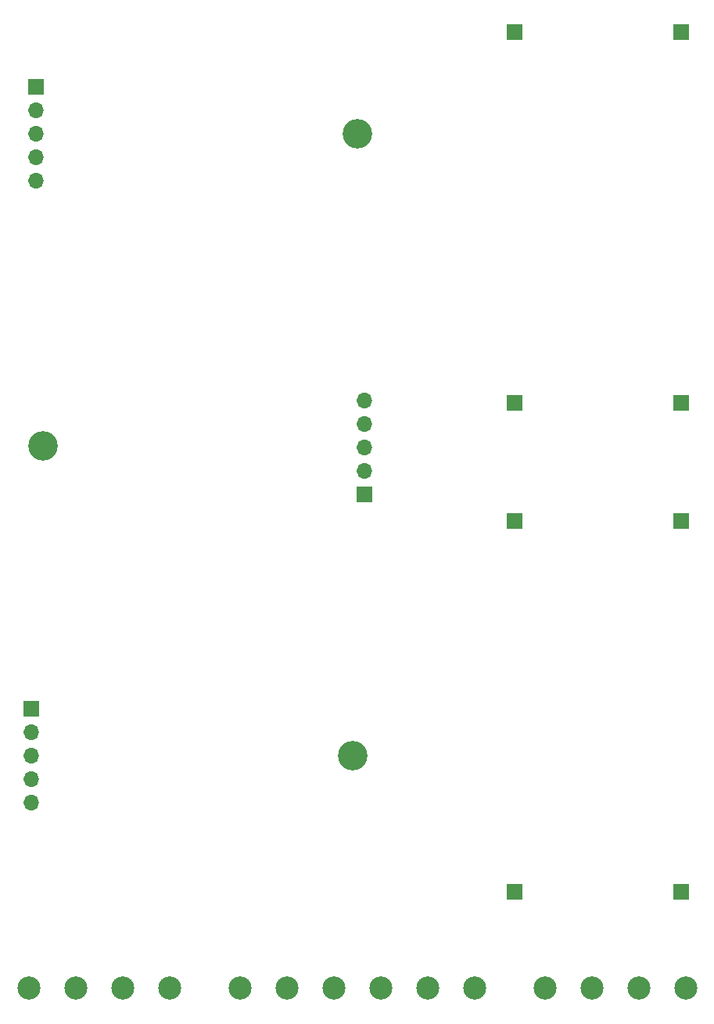
<source format=gbr>
%TF.GenerationSoftware,KiCad,Pcbnew,(5.1.10)-1*%
%TF.CreationDate,2021-05-20T21:40:56+02:00*%
%TF.ProjectId,potencia,706f7465-6e63-4696-912e-6b696361645f,rev?*%
%TF.SameCoordinates,Original*%
%TF.FileFunction,Soldermask,Top*%
%TF.FilePolarity,Negative*%
%FSLAX46Y46*%
G04 Gerber Fmt 4.6, Leading zero omitted, Abs format (unit mm)*
G04 Created by KiCad (PCBNEW (5.1.10)-1) date 2021-05-20 21:40:56*
%MOMM*%
%LPD*%
G01*
G04 APERTURE LIST*
%ADD10C,2.500000*%
%ADD11C,3.200000*%
%ADD12R,1.700000X1.700000*%
%ADD13O,1.700000X1.700000*%
G04 APERTURE END LIST*
D10*
%TO.C,5V    5V    5V   GND    12V    12V*%
X166370000Y-154305000D03*
X140970000Y-154305000D03*
X146050000Y-154305000D03*
X156210000Y-154305000D03*
X151130000Y-154305000D03*
X161290000Y-154305000D03*
%TD*%
%TO.C,GND   5V   12V   GND*%
X189230000Y-154305000D03*
X179070000Y-154305000D03*
X184150000Y-154305000D03*
X173990000Y-154305000D03*
%TD*%
%TO.C,GND  GND   BAT  SETA*%
X133350000Y-154305000D03*
X123190000Y-154305000D03*
X128270000Y-154305000D03*
X118110000Y-154305000D03*
%TD*%
D11*
%TO.C,H3*%
X153162000Y-129159000D03*
%TD*%
%TO.C,H2*%
X153670000Y-61849000D03*
%TD*%
%TO.C,H1*%
X119634000Y-95631000D03*
%TD*%
D12*
%TO.C,NI12.1*%
X188722000Y-90932000D03*
%TD*%
%TO.C,NI12.2*%
X188722000Y-143891000D03*
%TD*%
%TO.C,NO12.1*%
X188722000Y-50800000D03*
%TD*%
%TO.C,NO12.2*%
X188722000Y-103759000D03*
%TD*%
%TO.C,PI12.1*%
X170688000Y-90932000D03*
%TD*%
%TO.C,PI12.2*%
X170688000Y-143891000D03*
%TD*%
%TO.C,PO12.2*%
X170688000Y-103759000D03*
%TD*%
%TO.C,PO12.1*%
X170688000Y-50800000D03*
%TD*%
%TO.C,Regulador5.3*%
X118872000Y-56769000D03*
D13*
X118872000Y-59309000D03*
X118872000Y-61849000D03*
X118872000Y-64389000D03*
X118872000Y-66929000D03*
%TD*%
%TO.C,Regulador5.1*%
X118364000Y-134239000D03*
X118364000Y-131699000D03*
X118364000Y-129159000D03*
X118364000Y-126619000D03*
D12*
X118364000Y-124079000D03*
%TD*%
%TO.C,Regulador5.2*%
X154432000Y-100838000D03*
D13*
X154432000Y-98298000D03*
X154432000Y-95758000D03*
X154432000Y-93218000D03*
X154432000Y-90678000D03*
%TD*%
M02*

</source>
